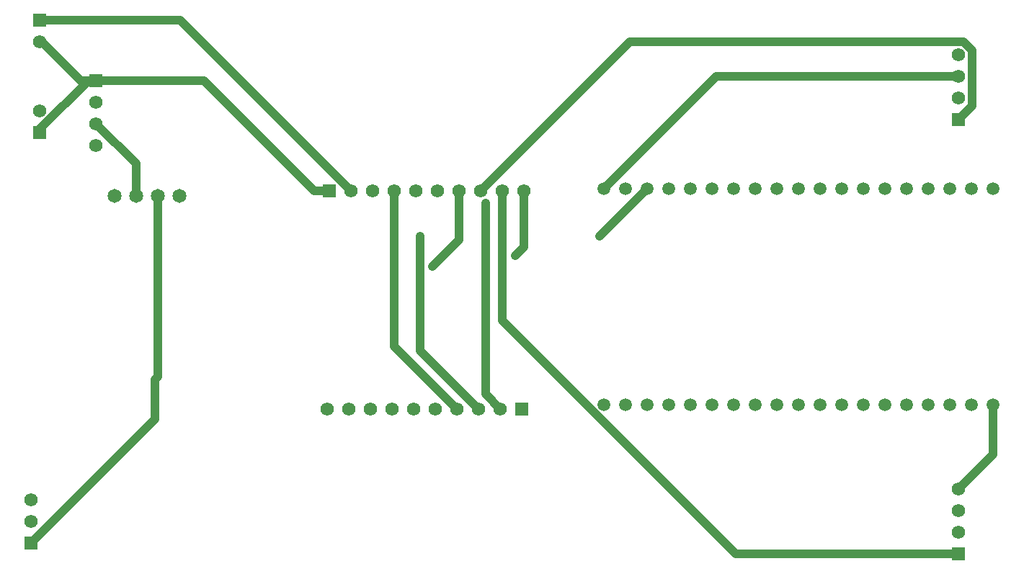
<source format=gbl>
G04 Layer: BottomLayer*
G04 EasyEDA v6.5.50, 2025-07-18 22:31:46*
G04 04dc3b07505f4677bf90bee5ef889ce6,38ef4e46ccee4584b929a847fdfc0218,10*
G04 Gerber Generator version 0.2*
G04 Scale: 100 percent, Rotated: No, Reflected: No *
G04 Dimensions in millimeters *
G04 leading zeros omitted , absolute positions ,4 integer and 5 decimal *
%FSLAX45Y45*%
%MOMM*%

%ADD10C,1.0000*%
%ADD11C,1.5748*%
%ADD12R,1.5748X1.5748*%
%ADD13C,1.6500*%
%ADD14C,1.5000*%
%ADD15C,0.6100*%
%ADD16C,0.0114*%

%LPD*%
D10*
X12166602Y1409700D02*
G01*
X12166602Y825500D01*
X11760202Y419100D01*
X1446786Y5219700D02*
G01*
X989586Y5676900D01*
X965202Y5676900D01*
X1536194Y5219700D02*
G01*
X1446786Y5219700D01*
X1536194Y5219700D02*
G01*
X965202Y4648707D01*
X965202Y4610100D01*
X1580898Y5219700D02*
G01*
X1536194Y5219700D01*
X1580898Y5219700D02*
G01*
X1625602Y5219700D01*
X1625602Y5219700D02*
G01*
X2894586Y5219700D01*
X4189986Y3924300D01*
X4368802Y3924300D02*
G01*
X4189986Y3924300D01*
X5892802Y3924300D02*
G01*
X5892802Y3348532D01*
X5580001Y3035731D01*
X11760202Y4762500D02*
G01*
X11922279Y4924577D01*
X11922279Y5574487D01*
X11822356Y5674410D01*
X7896913Y5674410D01*
X6146802Y3924300D01*
X11760202Y-342900D02*
G01*
X9142783Y-342900D01*
X6400802Y2399080D01*
X6400802Y3924300D01*
X6654802Y3924300D02*
G01*
X6654802Y3262579D01*
X6548274Y3156051D01*
X2349502Y3860927D02*
G01*
X2349502Y1736623D01*
X2317752Y1704873D01*
X2317752Y1704873D02*
G01*
X2317752Y1238250D01*
X863602Y-215900D01*
X11760202Y5270500D02*
G01*
X8915402Y5270500D01*
X7594602Y3949700D01*
X965202Y5930900D02*
G01*
X2616202Y5930900D01*
X4622802Y3924300D01*
X6375402Y1358900D02*
G01*
X6201488Y1532813D01*
X6201488Y3779189D01*
X2095502Y3860927D02*
G01*
X2095502Y4241800D01*
X1625602Y4711700D01*
X8102602Y3949700D02*
G01*
X7539763Y3386861D01*
X6121402Y1358900D02*
G01*
X5437532Y2042769D01*
X5437532Y3386861D01*
X5130802Y3924300D02*
G01*
X5130802Y2095500D01*
X5867402Y1358900D01*
D11*
G01*
X4343400Y1358900D03*
G01*
X4597400Y1358900D03*
G01*
X4851400Y1358900D03*
G01*
X5105400Y1358900D03*
G01*
X5359400Y1358900D03*
G01*
X5613400Y1358900D03*
G01*
X5867400Y1358900D03*
G01*
X6121400Y1358900D03*
G01*
X6375400Y1358900D03*
D12*
G01*
X6629400Y1358900D03*
D11*
G01*
X6654800Y3924300D03*
G01*
X6400800Y3924300D03*
G01*
X6146800Y3924300D03*
G01*
X5892800Y3924300D03*
G01*
X5638800Y3924300D03*
G01*
X5384800Y3924300D03*
G01*
X5130800Y3924300D03*
G01*
X4876800Y3924300D03*
G01*
X4622800Y3924300D03*
D12*
G01*
X4368800Y3924300D03*
G01*
X863600Y-215900D03*
D11*
G01*
X863600Y38100D03*
G01*
X863600Y292100D03*
D12*
G01*
X965200Y4610100D03*
D11*
G01*
X965200Y4864100D03*
D12*
G01*
X965200Y5930900D03*
D11*
G01*
X965200Y5676900D03*
D12*
G01*
X11760200Y-342900D03*
D11*
G01*
X11760200Y-88900D03*
G01*
X11760200Y165100D03*
G01*
X11760200Y419100D03*
D12*
G01*
X11760200Y4762500D03*
D11*
G01*
X11760200Y5016500D03*
G01*
X11760200Y5270500D03*
G01*
X11760200Y5524500D03*
D12*
G01*
X1625600Y5219700D03*
D11*
G01*
X1625600Y4965700D03*
G01*
X1625600Y4711700D03*
G01*
X1625600Y4457700D03*
D13*
G01*
X2603500Y3860927D03*
G01*
X2349500Y3860927D03*
G01*
X2095500Y3860927D03*
G01*
X1841500Y3860672D03*
D14*
G01*
X7594605Y1409702D03*
G01*
X7848605Y1409702D03*
G01*
X8102605Y1409702D03*
G01*
X8356605Y1409702D03*
G01*
X8610605Y1409702D03*
G01*
X8864605Y1409702D03*
G01*
X9118605Y1409702D03*
G01*
X9372605Y1409702D03*
G01*
X9626605Y1409702D03*
G01*
X9880605Y1409702D03*
G01*
X10134605Y1409702D03*
G01*
X10388605Y1409702D03*
G01*
X10642605Y1409702D03*
G01*
X10896605Y1409702D03*
G01*
X11150605Y1409702D03*
G01*
X11404605Y1409702D03*
G01*
X11658605Y1409702D03*
G01*
X11912605Y1409702D03*
G01*
X12166605Y1409702D03*
G01*
X7594605Y3949702D03*
G01*
X7848605Y3949702D03*
G01*
X8102605Y3949702D03*
G01*
X8356605Y3949702D03*
G01*
X8610605Y3949702D03*
G01*
X8864605Y3949702D03*
G01*
X9118605Y3949702D03*
G01*
X9372605Y3949702D03*
G01*
X9626605Y3949702D03*
G01*
X9880605Y3949702D03*
G01*
X10134605Y3949702D03*
G01*
X10388605Y3949702D03*
G01*
X10642605Y3949702D03*
G01*
X10896605Y3949702D03*
G01*
X11150605Y3949702D03*
G01*
X11404605Y3949702D03*
G01*
X11658605Y3949702D03*
G01*
X11912605Y3949702D03*
G01*
X12166605Y3949702D03*
D15*
G01*
X7539763Y3386861D03*
G01*
X5437532Y3386861D03*
G01*
X6201488Y3779189D03*
G01*
X2317752Y1704873D03*
G01*
X6548274Y3156051D03*
G01*
X5580001Y3035731D03*
M02*

</source>
